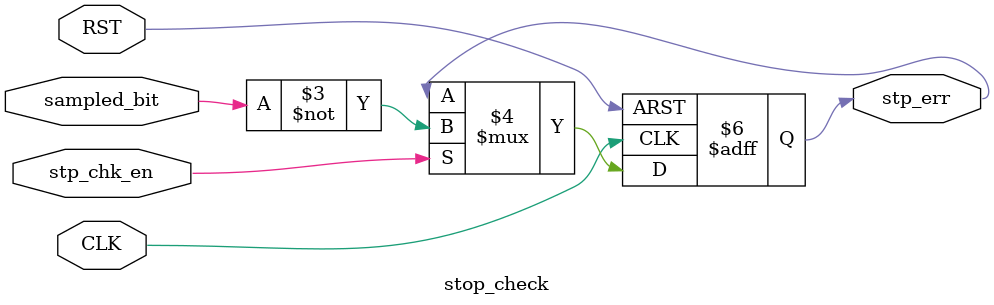
<source format=sv>
module stop_check(
  input logic CLK,
  input logic RST,
  input logic stp_chk_en,
  input logic sampled_bit,
  output logic stp_err
);

always_ff @(posedge CLK or negedge RST) begin
    if(!RST)
        stp_err <= 1'b0;
    else if(stp_chk_en)
        stp_err <= ~sampled_bit;
end

endmodule

</source>
